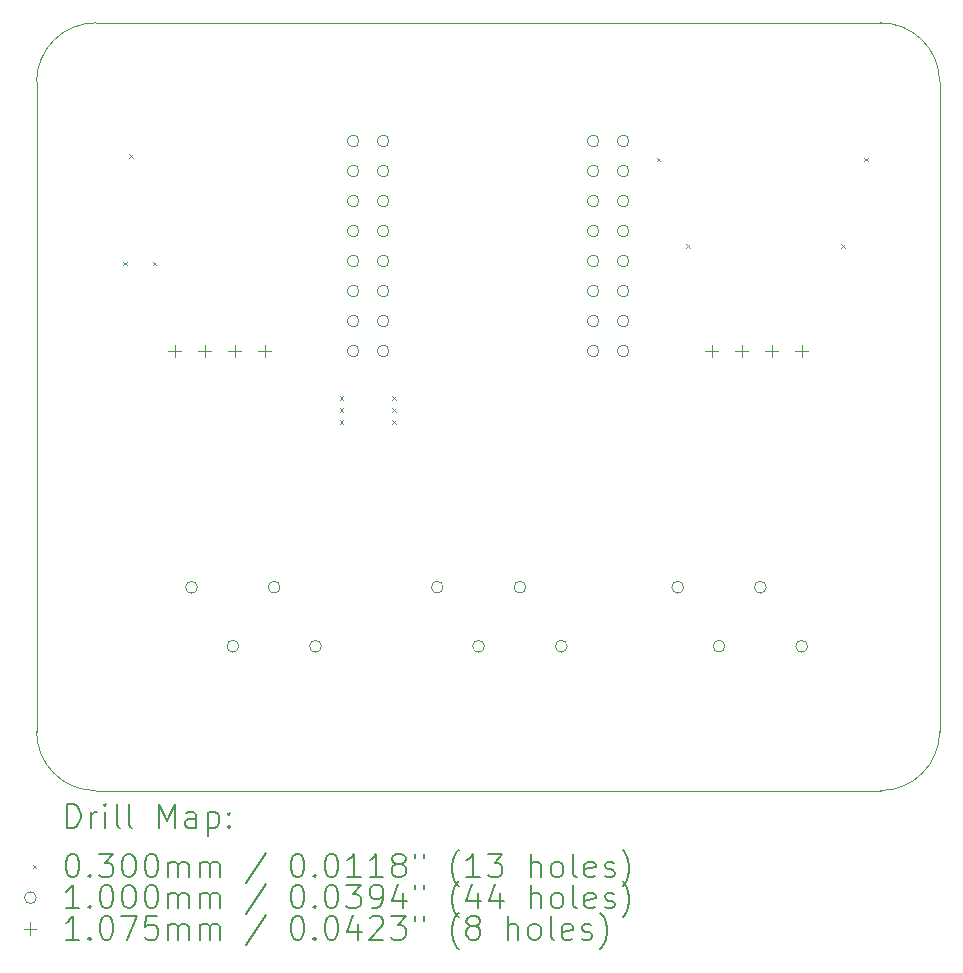
<source format=gbr>
%TF.GenerationSoftware,KiCad,Pcbnew,8.0.8*%
%TF.CreationDate,2025-02-11T18:03:02+01:00*%
%TF.ProjectId,PCB,5043422e-6b69-4636-9164-5f7063625858,rev?*%
%TF.SameCoordinates,Original*%
%TF.FileFunction,Drillmap*%
%TF.FilePolarity,Positive*%
%FSLAX45Y45*%
G04 Gerber Fmt 4.5, Leading zero omitted, Abs format (unit mm)*
G04 Created by KiCad (PCBNEW 8.0.8) date 2025-02-11 18:03:02*
%MOMM*%
%LPD*%
G01*
G04 APERTURE LIST*
%ADD10C,0.050000*%
%ADD11C,0.200000*%
%ADD12C,0.100000*%
%ADD13C,0.107500*%
G04 APERTURE END LIST*
D10*
X17996200Y-11604000D02*
G75*
G02*
X17496200Y-12104000I-500000J0D01*
G01*
X17996200Y-6104000D02*
X17996200Y-11604000D01*
X10850200Y-12104000D02*
G75*
G02*
X10350200Y-11604000I0J500000D01*
G01*
X10850200Y-5604000D02*
X17496200Y-5604000D01*
X10350200Y-6104000D02*
X10350200Y-11604000D01*
X10850200Y-12104000D02*
X17496200Y-12104000D01*
X10350200Y-6104000D02*
G75*
G02*
X10850200Y-5604000I500000J0D01*
G01*
X17496200Y-5604000D02*
G75*
G02*
X17996200Y-6104000I0J-500000D01*
G01*
D11*
D12*
X11085200Y-7628000D02*
X11115200Y-7658000D01*
X11115200Y-7628000D02*
X11085200Y-7658000D01*
X11135200Y-6716000D02*
X11165200Y-6746000D01*
X11165200Y-6716000D02*
X11135200Y-6746000D01*
X11335200Y-7628000D02*
X11365200Y-7658000D01*
X11365200Y-7628000D02*
X11335200Y-7658000D01*
X12917700Y-8767000D02*
X12947700Y-8797000D01*
X12947700Y-8767000D02*
X12917700Y-8797000D01*
X12917700Y-8867000D02*
X12947700Y-8897000D01*
X12947700Y-8867000D02*
X12917700Y-8897000D01*
X12917700Y-8967000D02*
X12947700Y-8997000D01*
X12947700Y-8967000D02*
X12917700Y-8997000D01*
X13362700Y-8767000D02*
X13392700Y-8797000D01*
X13392700Y-8767000D02*
X13362700Y-8797000D01*
X13362700Y-8867000D02*
X13392700Y-8897000D01*
X13392700Y-8867000D02*
X13362700Y-8897000D01*
X13362700Y-8967000D02*
X13392700Y-8997000D01*
X13392700Y-8967000D02*
X13362700Y-8997000D01*
X15601200Y-6744000D02*
X15631200Y-6774000D01*
X15631200Y-6744000D02*
X15601200Y-6774000D01*
X15851200Y-7478000D02*
X15881200Y-7508000D01*
X15881200Y-7478000D02*
X15851200Y-7508000D01*
X17162000Y-7478000D02*
X17192000Y-7508000D01*
X17192000Y-7478000D02*
X17162000Y-7508000D01*
X17358000Y-6744000D02*
X17388000Y-6774000D01*
X17388000Y-6744000D02*
X17358000Y-6774000D01*
X11712200Y-10382000D02*
G75*
G02*
X11612200Y-10382000I-50000J0D01*
G01*
X11612200Y-10382000D02*
G75*
G02*
X11712200Y-10382000I50000J0D01*
G01*
X12062200Y-10882000D02*
G75*
G02*
X11962200Y-10882000I-50000J0D01*
G01*
X11962200Y-10882000D02*
G75*
G02*
X12062200Y-10882000I50000J0D01*
G01*
X12412200Y-10382000D02*
G75*
G02*
X12312200Y-10382000I-50000J0D01*
G01*
X12312200Y-10382000D02*
G75*
G02*
X12412200Y-10382000I50000J0D01*
G01*
X12762200Y-10882000D02*
G75*
G02*
X12662200Y-10882000I-50000J0D01*
G01*
X12662200Y-10882000D02*
G75*
G02*
X12762200Y-10882000I50000J0D01*
G01*
X13080200Y-6604000D02*
G75*
G02*
X12980200Y-6604000I-50000J0D01*
G01*
X12980200Y-6604000D02*
G75*
G02*
X13080200Y-6604000I50000J0D01*
G01*
X13080200Y-6858000D02*
G75*
G02*
X12980200Y-6858000I-50000J0D01*
G01*
X12980200Y-6858000D02*
G75*
G02*
X13080200Y-6858000I50000J0D01*
G01*
X13080200Y-7112000D02*
G75*
G02*
X12980200Y-7112000I-50000J0D01*
G01*
X12980200Y-7112000D02*
G75*
G02*
X13080200Y-7112000I50000J0D01*
G01*
X13080200Y-7366000D02*
G75*
G02*
X12980200Y-7366000I-50000J0D01*
G01*
X12980200Y-7366000D02*
G75*
G02*
X13080200Y-7366000I50000J0D01*
G01*
X13080200Y-7620000D02*
G75*
G02*
X12980200Y-7620000I-50000J0D01*
G01*
X12980200Y-7620000D02*
G75*
G02*
X13080200Y-7620000I50000J0D01*
G01*
X13080200Y-7874000D02*
G75*
G02*
X12980200Y-7874000I-50000J0D01*
G01*
X12980200Y-7874000D02*
G75*
G02*
X13080200Y-7874000I50000J0D01*
G01*
X13080200Y-8128000D02*
G75*
G02*
X12980200Y-8128000I-50000J0D01*
G01*
X12980200Y-8128000D02*
G75*
G02*
X13080200Y-8128000I50000J0D01*
G01*
X13080200Y-8382000D02*
G75*
G02*
X12980200Y-8382000I-50000J0D01*
G01*
X12980200Y-8382000D02*
G75*
G02*
X13080200Y-8382000I50000J0D01*
G01*
X13334200Y-6604000D02*
G75*
G02*
X13234200Y-6604000I-50000J0D01*
G01*
X13234200Y-6604000D02*
G75*
G02*
X13334200Y-6604000I50000J0D01*
G01*
X13334200Y-6858000D02*
G75*
G02*
X13234200Y-6858000I-50000J0D01*
G01*
X13234200Y-6858000D02*
G75*
G02*
X13334200Y-6858000I50000J0D01*
G01*
X13334200Y-7112000D02*
G75*
G02*
X13234200Y-7112000I-50000J0D01*
G01*
X13234200Y-7112000D02*
G75*
G02*
X13334200Y-7112000I50000J0D01*
G01*
X13334200Y-7366000D02*
G75*
G02*
X13234200Y-7366000I-50000J0D01*
G01*
X13234200Y-7366000D02*
G75*
G02*
X13334200Y-7366000I50000J0D01*
G01*
X13334200Y-7620000D02*
G75*
G02*
X13234200Y-7620000I-50000J0D01*
G01*
X13234200Y-7620000D02*
G75*
G02*
X13334200Y-7620000I50000J0D01*
G01*
X13334200Y-7874000D02*
G75*
G02*
X13234200Y-7874000I-50000J0D01*
G01*
X13234200Y-7874000D02*
G75*
G02*
X13334200Y-7874000I50000J0D01*
G01*
X13334200Y-8128000D02*
G75*
G02*
X13234200Y-8128000I-50000J0D01*
G01*
X13234200Y-8128000D02*
G75*
G02*
X13334200Y-8128000I50000J0D01*
G01*
X13334200Y-8382000D02*
G75*
G02*
X13234200Y-8382000I-50000J0D01*
G01*
X13234200Y-8382000D02*
G75*
G02*
X13334200Y-8382000I50000J0D01*
G01*
X13792450Y-10382000D02*
G75*
G02*
X13692450Y-10382000I-50000J0D01*
G01*
X13692450Y-10382000D02*
G75*
G02*
X13792450Y-10382000I50000J0D01*
G01*
X14142450Y-10882000D02*
G75*
G02*
X14042450Y-10882000I-50000J0D01*
G01*
X14042450Y-10882000D02*
G75*
G02*
X14142450Y-10882000I50000J0D01*
G01*
X14492450Y-10382000D02*
G75*
G02*
X14392450Y-10382000I-50000J0D01*
G01*
X14392450Y-10382000D02*
G75*
G02*
X14492450Y-10382000I50000J0D01*
G01*
X14842450Y-10882000D02*
G75*
G02*
X14742450Y-10882000I-50000J0D01*
G01*
X14742450Y-10882000D02*
G75*
G02*
X14842450Y-10882000I50000J0D01*
G01*
X15112200Y-6604000D02*
G75*
G02*
X15012200Y-6604000I-50000J0D01*
G01*
X15012200Y-6604000D02*
G75*
G02*
X15112200Y-6604000I50000J0D01*
G01*
X15112200Y-6858000D02*
G75*
G02*
X15012200Y-6858000I-50000J0D01*
G01*
X15012200Y-6858000D02*
G75*
G02*
X15112200Y-6858000I50000J0D01*
G01*
X15112200Y-7112000D02*
G75*
G02*
X15012200Y-7112000I-50000J0D01*
G01*
X15012200Y-7112000D02*
G75*
G02*
X15112200Y-7112000I50000J0D01*
G01*
X15112200Y-7366000D02*
G75*
G02*
X15012200Y-7366000I-50000J0D01*
G01*
X15012200Y-7366000D02*
G75*
G02*
X15112200Y-7366000I50000J0D01*
G01*
X15112200Y-7620000D02*
G75*
G02*
X15012200Y-7620000I-50000J0D01*
G01*
X15012200Y-7620000D02*
G75*
G02*
X15112200Y-7620000I50000J0D01*
G01*
X15112200Y-7874000D02*
G75*
G02*
X15012200Y-7874000I-50000J0D01*
G01*
X15012200Y-7874000D02*
G75*
G02*
X15112200Y-7874000I50000J0D01*
G01*
X15112200Y-8128000D02*
G75*
G02*
X15012200Y-8128000I-50000J0D01*
G01*
X15012200Y-8128000D02*
G75*
G02*
X15112200Y-8128000I50000J0D01*
G01*
X15112200Y-8382000D02*
G75*
G02*
X15012200Y-8382000I-50000J0D01*
G01*
X15012200Y-8382000D02*
G75*
G02*
X15112200Y-8382000I50000J0D01*
G01*
X15366200Y-6604000D02*
G75*
G02*
X15266200Y-6604000I-50000J0D01*
G01*
X15266200Y-6604000D02*
G75*
G02*
X15366200Y-6604000I50000J0D01*
G01*
X15366200Y-6858000D02*
G75*
G02*
X15266200Y-6858000I-50000J0D01*
G01*
X15266200Y-6858000D02*
G75*
G02*
X15366200Y-6858000I50000J0D01*
G01*
X15366200Y-7112000D02*
G75*
G02*
X15266200Y-7112000I-50000J0D01*
G01*
X15266200Y-7112000D02*
G75*
G02*
X15366200Y-7112000I50000J0D01*
G01*
X15366200Y-7366000D02*
G75*
G02*
X15266200Y-7366000I-50000J0D01*
G01*
X15266200Y-7366000D02*
G75*
G02*
X15366200Y-7366000I50000J0D01*
G01*
X15366200Y-7620000D02*
G75*
G02*
X15266200Y-7620000I-50000J0D01*
G01*
X15266200Y-7620000D02*
G75*
G02*
X15366200Y-7620000I50000J0D01*
G01*
X15366200Y-7874000D02*
G75*
G02*
X15266200Y-7874000I-50000J0D01*
G01*
X15266200Y-7874000D02*
G75*
G02*
X15366200Y-7874000I50000J0D01*
G01*
X15366200Y-8128000D02*
G75*
G02*
X15266200Y-8128000I-50000J0D01*
G01*
X15266200Y-8128000D02*
G75*
G02*
X15366200Y-8128000I50000J0D01*
G01*
X15366200Y-8382000D02*
G75*
G02*
X15266200Y-8382000I-50000J0D01*
G01*
X15266200Y-8382000D02*
G75*
G02*
X15366200Y-8382000I50000J0D01*
G01*
X15828200Y-10382000D02*
G75*
G02*
X15728200Y-10382000I-50000J0D01*
G01*
X15728200Y-10382000D02*
G75*
G02*
X15828200Y-10382000I50000J0D01*
G01*
X16178200Y-10882000D02*
G75*
G02*
X16078200Y-10882000I-50000J0D01*
G01*
X16078200Y-10882000D02*
G75*
G02*
X16178200Y-10882000I50000J0D01*
G01*
X16528200Y-10382000D02*
G75*
G02*
X16428200Y-10382000I-50000J0D01*
G01*
X16428200Y-10382000D02*
G75*
G02*
X16528200Y-10382000I50000J0D01*
G01*
X16878200Y-10882000D02*
G75*
G02*
X16778200Y-10882000I-50000J0D01*
G01*
X16778200Y-10882000D02*
G75*
G02*
X16878200Y-10882000I50000J0D01*
G01*
D13*
X11518200Y-8328250D02*
X11518200Y-8435750D01*
X11464450Y-8382000D02*
X11571950Y-8382000D01*
X11772200Y-8328250D02*
X11772200Y-8435750D01*
X11718450Y-8382000D02*
X11825950Y-8382000D01*
X12026200Y-8328250D02*
X12026200Y-8435750D01*
X11972450Y-8382000D02*
X12079950Y-8382000D01*
X12280200Y-8328250D02*
X12280200Y-8435750D01*
X12226450Y-8382000D02*
X12333950Y-8382000D01*
X16066200Y-8328250D02*
X16066200Y-8435750D01*
X16012450Y-8382000D02*
X16119950Y-8382000D01*
X16320200Y-8328250D02*
X16320200Y-8435750D01*
X16266450Y-8382000D02*
X16373950Y-8382000D01*
X16574200Y-8328250D02*
X16574200Y-8435750D01*
X16520450Y-8382000D02*
X16627950Y-8382000D01*
X16828200Y-8328250D02*
X16828200Y-8435750D01*
X16774450Y-8382000D02*
X16881950Y-8382000D01*
D11*
X10608477Y-12417984D02*
X10608477Y-12217984D01*
X10608477Y-12217984D02*
X10656096Y-12217984D01*
X10656096Y-12217984D02*
X10684667Y-12227508D01*
X10684667Y-12227508D02*
X10703715Y-12246555D01*
X10703715Y-12246555D02*
X10713239Y-12265603D01*
X10713239Y-12265603D02*
X10722763Y-12303698D01*
X10722763Y-12303698D02*
X10722763Y-12332269D01*
X10722763Y-12332269D02*
X10713239Y-12370365D01*
X10713239Y-12370365D02*
X10703715Y-12389412D01*
X10703715Y-12389412D02*
X10684667Y-12408460D01*
X10684667Y-12408460D02*
X10656096Y-12417984D01*
X10656096Y-12417984D02*
X10608477Y-12417984D01*
X10808477Y-12417984D02*
X10808477Y-12284650D01*
X10808477Y-12322746D02*
X10818001Y-12303698D01*
X10818001Y-12303698D02*
X10827524Y-12294174D01*
X10827524Y-12294174D02*
X10846572Y-12284650D01*
X10846572Y-12284650D02*
X10865620Y-12284650D01*
X10932286Y-12417984D02*
X10932286Y-12284650D01*
X10932286Y-12217984D02*
X10922763Y-12227508D01*
X10922763Y-12227508D02*
X10932286Y-12237031D01*
X10932286Y-12237031D02*
X10941810Y-12227508D01*
X10941810Y-12227508D02*
X10932286Y-12217984D01*
X10932286Y-12217984D02*
X10932286Y-12237031D01*
X11056096Y-12417984D02*
X11037048Y-12408460D01*
X11037048Y-12408460D02*
X11027524Y-12389412D01*
X11027524Y-12389412D02*
X11027524Y-12217984D01*
X11160858Y-12417984D02*
X11141810Y-12408460D01*
X11141810Y-12408460D02*
X11132286Y-12389412D01*
X11132286Y-12389412D02*
X11132286Y-12217984D01*
X11389429Y-12417984D02*
X11389429Y-12217984D01*
X11389429Y-12217984D02*
X11456096Y-12360841D01*
X11456096Y-12360841D02*
X11522762Y-12217984D01*
X11522762Y-12217984D02*
X11522762Y-12417984D01*
X11703715Y-12417984D02*
X11703715Y-12313222D01*
X11703715Y-12313222D02*
X11694191Y-12294174D01*
X11694191Y-12294174D02*
X11675143Y-12284650D01*
X11675143Y-12284650D02*
X11637048Y-12284650D01*
X11637048Y-12284650D02*
X11618001Y-12294174D01*
X11703715Y-12408460D02*
X11684667Y-12417984D01*
X11684667Y-12417984D02*
X11637048Y-12417984D01*
X11637048Y-12417984D02*
X11618001Y-12408460D01*
X11618001Y-12408460D02*
X11608477Y-12389412D01*
X11608477Y-12389412D02*
X11608477Y-12370365D01*
X11608477Y-12370365D02*
X11618001Y-12351317D01*
X11618001Y-12351317D02*
X11637048Y-12341793D01*
X11637048Y-12341793D02*
X11684667Y-12341793D01*
X11684667Y-12341793D02*
X11703715Y-12332269D01*
X11798953Y-12284650D02*
X11798953Y-12484650D01*
X11798953Y-12294174D02*
X11818001Y-12284650D01*
X11818001Y-12284650D02*
X11856096Y-12284650D01*
X11856096Y-12284650D02*
X11875143Y-12294174D01*
X11875143Y-12294174D02*
X11884667Y-12303698D01*
X11884667Y-12303698D02*
X11894191Y-12322746D01*
X11894191Y-12322746D02*
X11894191Y-12379888D01*
X11894191Y-12379888D02*
X11884667Y-12398936D01*
X11884667Y-12398936D02*
X11875143Y-12408460D01*
X11875143Y-12408460D02*
X11856096Y-12417984D01*
X11856096Y-12417984D02*
X11818001Y-12417984D01*
X11818001Y-12417984D02*
X11798953Y-12408460D01*
X11979905Y-12398936D02*
X11989429Y-12408460D01*
X11989429Y-12408460D02*
X11979905Y-12417984D01*
X11979905Y-12417984D02*
X11970382Y-12408460D01*
X11970382Y-12408460D02*
X11979905Y-12398936D01*
X11979905Y-12398936D02*
X11979905Y-12417984D01*
X11979905Y-12294174D02*
X11989429Y-12303698D01*
X11989429Y-12303698D02*
X11979905Y-12313222D01*
X11979905Y-12313222D02*
X11970382Y-12303698D01*
X11970382Y-12303698D02*
X11979905Y-12294174D01*
X11979905Y-12294174D02*
X11979905Y-12313222D01*
D12*
X10317700Y-12731500D02*
X10347700Y-12761500D01*
X10347700Y-12731500D02*
X10317700Y-12761500D01*
D11*
X10646572Y-12637984D02*
X10665620Y-12637984D01*
X10665620Y-12637984D02*
X10684667Y-12647508D01*
X10684667Y-12647508D02*
X10694191Y-12657031D01*
X10694191Y-12657031D02*
X10703715Y-12676079D01*
X10703715Y-12676079D02*
X10713239Y-12714174D01*
X10713239Y-12714174D02*
X10713239Y-12761793D01*
X10713239Y-12761793D02*
X10703715Y-12799888D01*
X10703715Y-12799888D02*
X10694191Y-12818936D01*
X10694191Y-12818936D02*
X10684667Y-12828460D01*
X10684667Y-12828460D02*
X10665620Y-12837984D01*
X10665620Y-12837984D02*
X10646572Y-12837984D01*
X10646572Y-12837984D02*
X10627524Y-12828460D01*
X10627524Y-12828460D02*
X10618001Y-12818936D01*
X10618001Y-12818936D02*
X10608477Y-12799888D01*
X10608477Y-12799888D02*
X10598953Y-12761793D01*
X10598953Y-12761793D02*
X10598953Y-12714174D01*
X10598953Y-12714174D02*
X10608477Y-12676079D01*
X10608477Y-12676079D02*
X10618001Y-12657031D01*
X10618001Y-12657031D02*
X10627524Y-12647508D01*
X10627524Y-12647508D02*
X10646572Y-12637984D01*
X10798953Y-12818936D02*
X10808477Y-12828460D01*
X10808477Y-12828460D02*
X10798953Y-12837984D01*
X10798953Y-12837984D02*
X10789429Y-12828460D01*
X10789429Y-12828460D02*
X10798953Y-12818936D01*
X10798953Y-12818936D02*
X10798953Y-12837984D01*
X10875144Y-12637984D02*
X10998953Y-12637984D01*
X10998953Y-12637984D02*
X10932286Y-12714174D01*
X10932286Y-12714174D02*
X10960858Y-12714174D01*
X10960858Y-12714174D02*
X10979905Y-12723698D01*
X10979905Y-12723698D02*
X10989429Y-12733222D01*
X10989429Y-12733222D02*
X10998953Y-12752269D01*
X10998953Y-12752269D02*
X10998953Y-12799888D01*
X10998953Y-12799888D02*
X10989429Y-12818936D01*
X10989429Y-12818936D02*
X10979905Y-12828460D01*
X10979905Y-12828460D02*
X10960858Y-12837984D01*
X10960858Y-12837984D02*
X10903715Y-12837984D01*
X10903715Y-12837984D02*
X10884667Y-12828460D01*
X10884667Y-12828460D02*
X10875144Y-12818936D01*
X11122763Y-12637984D02*
X11141810Y-12637984D01*
X11141810Y-12637984D02*
X11160858Y-12647508D01*
X11160858Y-12647508D02*
X11170382Y-12657031D01*
X11170382Y-12657031D02*
X11179905Y-12676079D01*
X11179905Y-12676079D02*
X11189429Y-12714174D01*
X11189429Y-12714174D02*
X11189429Y-12761793D01*
X11189429Y-12761793D02*
X11179905Y-12799888D01*
X11179905Y-12799888D02*
X11170382Y-12818936D01*
X11170382Y-12818936D02*
X11160858Y-12828460D01*
X11160858Y-12828460D02*
X11141810Y-12837984D01*
X11141810Y-12837984D02*
X11122763Y-12837984D01*
X11122763Y-12837984D02*
X11103715Y-12828460D01*
X11103715Y-12828460D02*
X11094191Y-12818936D01*
X11094191Y-12818936D02*
X11084667Y-12799888D01*
X11084667Y-12799888D02*
X11075144Y-12761793D01*
X11075144Y-12761793D02*
X11075144Y-12714174D01*
X11075144Y-12714174D02*
X11084667Y-12676079D01*
X11084667Y-12676079D02*
X11094191Y-12657031D01*
X11094191Y-12657031D02*
X11103715Y-12647508D01*
X11103715Y-12647508D02*
X11122763Y-12637984D01*
X11313239Y-12637984D02*
X11332286Y-12637984D01*
X11332286Y-12637984D02*
X11351334Y-12647508D01*
X11351334Y-12647508D02*
X11360858Y-12657031D01*
X11360858Y-12657031D02*
X11370382Y-12676079D01*
X11370382Y-12676079D02*
X11379905Y-12714174D01*
X11379905Y-12714174D02*
X11379905Y-12761793D01*
X11379905Y-12761793D02*
X11370382Y-12799888D01*
X11370382Y-12799888D02*
X11360858Y-12818936D01*
X11360858Y-12818936D02*
X11351334Y-12828460D01*
X11351334Y-12828460D02*
X11332286Y-12837984D01*
X11332286Y-12837984D02*
X11313239Y-12837984D01*
X11313239Y-12837984D02*
X11294191Y-12828460D01*
X11294191Y-12828460D02*
X11284667Y-12818936D01*
X11284667Y-12818936D02*
X11275143Y-12799888D01*
X11275143Y-12799888D02*
X11265620Y-12761793D01*
X11265620Y-12761793D02*
X11265620Y-12714174D01*
X11265620Y-12714174D02*
X11275143Y-12676079D01*
X11275143Y-12676079D02*
X11284667Y-12657031D01*
X11284667Y-12657031D02*
X11294191Y-12647508D01*
X11294191Y-12647508D02*
X11313239Y-12637984D01*
X11465620Y-12837984D02*
X11465620Y-12704650D01*
X11465620Y-12723698D02*
X11475143Y-12714174D01*
X11475143Y-12714174D02*
X11494191Y-12704650D01*
X11494191Y-12704650D02*
X11522763Y-12704650D01*
X11522763Y-12704650D02*
X11541810Y-12714174D01*
X11541810Y-12714174D02*
X11551334Y-12733222D01*
X11551334Y-12733222D02*
X11551334Y-12837984D01*
X11551334Y-12733222D02*
X11560858Y-12714174D01*
X11560858Y-12714174D02*
X11579905Y-12704650D01*
X11579905Y-12704650D02*
X11608477Y-12704650D01*
X11608477Y-12704650D02*
X11627524Y-12714174D01*
X11627524Y-12714174D02*
X11637048Y-12733222D01*
X11637048Y-12733222D02*
X11637048Y-12837984D01*
X11732286Y-12837984D02*
X11732286Y-12704650D01*
X11732286Y-12723698D02*
X11741810Y-12714174D01*
X11741810Y-12714174D02*
X11760858Y-12704650D01*
X11760858Y-12704650D02*
X11789429Y-12704650D01*
X11789429Y-12704650D02*
X11808477Y-12714174D01*
X11808477Y-12714174D02*
X11818001Y-12733222D01*
X11818001Y-12733222D02*
X11818001Y-12837984D01*
X11818001Y-12733222D02*
X11827524Y-12714174D01*
X11827524Y-12714174D02*
X11846572Y-12704650D01*
X11846572Y-12704650D02*
X11875143Y-12704650D01*
X11875143Y-12704650D02*
X11894191Y-12714174D01*
X11894191Y-12714174D02*
X11903715Y-12733222D01*
X11903715Y-12733222D02*
X11903715Y-12837984D01*
X12294191Y-12628460D02*
X12122763Y-12885603D01*
X12551334Y-12637984D02*
X12570382Y-12637984D01*
X12570382Y-12637984D02*
X12589429Y-12647508D01*
X12589429Y-12647508D02*
X12598953Y-12657031D01*
X12598953Y-12657031D02*
X12608477Y-12676079D01*
X12608477Y-12676079D02*
X12618001Y-12714174D01*
X12618001Y-12714174D02*
X12618001Y-12761793D01*
X12618001Y-12761793D02*
X12608477Y-12799888D01*
X12608477Y-12799888D02*
X12598953Y-12818936D01*
X12598953Y-12818936D02*
X12589429Y-12828460D01*
X12589429Y-12828460D02*
X12570382Y-12837984D01*
X12570382Y-12837984D02*
X12551334Y-12837984D01*
X12551334Y-12837984D02*
X12532286Y-12828460D01*
X12532286Y-12828460D02*
X12522763Y-12818936D01*
X12522763Y-12818936D02*
X12513239Y-12799888D01*
X12513239Y-12799888D02*
X12503715Y-12761793D01*
X12503715Y-12761793D02*
X12503715Y-12714174D01*
X12503715Y-12714174D02*
X12513239Y-12676079D01*
X12513239Y-12676079D02*
X12522763Y-12657031D01*
X12522763Y-12657031D02*
X12532286Y-12647508D01*
X12532286Y-12647508D02*
X12551334Y-12637984D01*
X12703715Y-12818936D02*
X12713239Y-12828460D01*
X12713239Y-12828460D02*
X12703715Y-12837984D01*
X12703715Y-12837984D02*
X12694191Y-12828460D01*
X12694191Y-12828460D02*
X12703715Y-12818936D01*
X12703715Y-12818936D02*
X12703715Y-12837984D01*
X12837048Y-12637984D02*
X12856096Y-12637984D01*
X12856096Y-12637984D02*
X12875144Y-12647508D01*
X12875144Y-12647508D02*
X12884667Y-12657031D01*
X12884667Y-12657031D02*
X12894191Y-12676079D01*
X12894191Y-12676079D02*
X12903715Y-12714174D01*
X12903715Y-12714174D02*
X12903715Y-12761793D01*
X12903715Y-12761793D02*
X12894191Y-12799888D01*
X12894191Y-12799888D02*
X12884667Y-12818936D01*
X12884667Y-12818936D02*
X12875144Y-12828460D01*
X12875144Y-12828460D02*
X12856096Y-12837984D01*
X12856096Y-12837984D02*
X12837048Y-12837984D01*
X12837048Y-12837984D02*
X12818001Y-12828460D01*
X12818001Y-12828460D02*
X12808477Y-12818936D01*
X12808477Y-12818936D02*
X12798953Y-12799888D01*
X12798953Y-12799888D02*
X12789429Y-12761793D01*
X12789429Y-12761793D02*
X12789429Y-12714174D01*
X12789429Y-12714174D02*
X12798953Y-12676079D01*
X12798953Y-12676079D02*
X12808477Y-12657031D01*
X12808477Y-12657031D02*
X12818001Y-12647508D01*
X12818001Y-12647508D02*
X12837048Y-12637984D01*
X13094191Y-12837984D02*
X12979906Y-12837984D01*
X13037048Y-12837984D02*
X13037048Y-12637984D01*
X13037048Y-12637984D02*
X13018001Y-12666555D01*
X13018001Y-12666555D02*
X12998953Y-12685603D01*
X12998953Y-12685603D02*
X12979906Y-12695127D01*
X13284667Y-12837984D02*
X13170382Y-12837984D01*
X13227525Y-12837984D02*
X13227525Y-12637984D01*
X13227525Y-12637984D02*
X13208477Y-12666555D01*
X13208477Y-12666555D02*
X13189429Y-12685603D01*
X13189429Y-12685603D02*
X13170382Y-12695127D01*
X13398953Y-12723698D02*
X13379906Y-12714174D01*
X13379906Y-12714174D02*
X13370382Y-12704650D01*
X13370382Y-12704650D02*
X13360858Y-12685603D01*
X13360858Y-12685603D02*
X13360858Y-12676079D01*
X13360858Y-12676079D02*
X13370382Y-12657031D01*
X13370382Y-12657031D02*
X13379906Y-12647508D01*
X13379906Y-12647508D02*
X13398953Y-12637984D01*
X13398953Y-12637984D02*
X13437048Y-12637984D01*
X13437048Y-12637984D02*
X13456096Y-12647508D01*
X13456096Y-12647508D02*
X13465620Y-12657031D01*
X13465620Y-12657031D02*
X13475144Y-12676079D01*
X13475144Y-12676079D02*
X13475144Y-12685603D01*
X13475144Y-12685603D02*
X13465620Y-12704650D01*
X13465620Y-12704650D02*
X13456096Y-12714174D01*
X13456096Y-12714174D02*
X13437048Y-12723698D01*
X13437048Y-12723698D02*
X13398953Y-12723698D01*
X13398953Y-12723698D02*
X13379906Y-12733222D01*
X13379906Y-12733222D02*
X13370382Y-12742746D01*
X13370382Y-12742746D02*
X13360858Y-12761793D01*
X13360858Y-12761793D02*
X13360858Y-12799888D01*
X13360858Y-12799888D02*
X13370382Y-12818936D01*
X13370382Y-12818936D02*
X13379906Y-12828460D01*
X13379906Y-12828460D02*
X13398953Y-12837984D01*
X13398953Y-12837984D02*
X13437048Y-12837984D01*
X13437048Y-12837984D02*
X13456096Y-12828460D01*
X13456096Y-12828460D02*
X13465620Y-12818936D01*
X13465620Y-12818936D02*
X13475144Y-12799888D01*
X13475144Y-12799888D02*
X13475144Y-12761793D01*
X13475144Y-12761793D02*
X13465620Y-12742746D01*
X13465620Y-12742746D02*
X13456096Y-12733222D01*
X13456096Y-12733222D02*
X13437048Y-12723698D01*
X13551334Y-12637984D02*
X13551334Y-12676079D01*
X13627525Y-12637984D02*
X13627525Y-12676079D01*
X13922763Y-12914174D02*
X13913239Y-12904650D01*
X13913239Y-12904650D02*
X13894191Y-12876079D01*
X13894191Y-12876079D02*
X13884668Y-12857031D01*
X13884668Y-12857031D02*
X13875144Y-12828460D01*
X13875144Y-12828460D02*
X13865620Y-12780841D01*
X13865620Y-12780841D02*
X13865620Y-12742746D01*
X13865620Y-12742746D02*
X13875144Y-12695127D01*
X13875144Y-12695127D02*
X13884668Y-12666555D01*
X13884668Y-12666555D02*
X13894191Y-12647508D01*
X13894191Y-12647508D02*
X13913239Y-12618936D01*
X13913239Y-12618936D02*
X13922763Y-12609412D01*
X14103715Y-12837984D02*
X13989429Y-12837984D01*
X14046572Y-12837984D02*
X14046572Y-12637984D01*
X14046572Y-12637984D02*
X14027525Y-12666555D01*
X14027525Y-12666555D02*
X14008477Y-12685603D01*
X14008477Y-12685603D02*
X13989429Y-12695127D01*
X14170382Y-12637984D02*
X14294191Y-12637984D01*
X14294191Y-12637984D02*
X14227525Y-12714174D01*
X14227525Y-12714174D02*
X14256096Y-12714174D01*
X14256096Y-12714174D02*
X14275144Y-12723698D01*
X14275144Y-12723698D02*
X14284668Y-12733222D01*
X14284668Y-12733222D02*
X14294191Y-12752269D01*
X14294191Y-12752269D02*
X14294191Y-12799888D01*
X14294191Y-12799888D02*
X14284668Y-12818936D01*
X14284668Y-12818936D02*
X14275144Y-12828460D01*
X14275144Y-12828460D02*
X14256096Y-12837984D01*
X14256096Y-12837984D02*
X14198953Y-12837984D01*
X14198953Y-12837984D02*
X14179906Y-12828460D01*
X14179906Y-12828460D02*
X14170382Y-12818936D01*
X14532287Y-12837984D02*
X14532287Y-12637984D01*
X14618001Y-12837984D02*
X14618001Y-12733222D01*
X14618001Y-12733222D02*
X14608477Y-12714174D01*
X14608477Y-12714174D02*
X14589430Y-12704650D01*
X14589430Y-12704650D02*
X14560858Y-12704650D01*
X14560858Y-12704650D02*
X14541810Y-12714174D01*
X14541810Y-12714174D02*
X14532287Y-12723698D01*
X14741810Y-12837984D02*
X14722763Y-12828460D01*
X14722763Y-12828460D02*
X14713239Y-12818936D01*
X14713239Y-12818936D02*
X14703715Y-12799888D01*
X14703715Y-12799888D02*
X14703715Y-12742746D01*
X14703715Y-12742746D02*
X14713239Y-12723698D01*
X14713239Y-12723698D02*
X14722763Y-12714174D01*
X14722763Y-12714174D02*
X14741810Y-12704650D01*
X14741810Y-12704650D02*
X14770382Y-12704650D01*
X14770382Y-12704650D02*
X14789430Y-12714174D01*
X14789430Y-12714174D02*
X14798953Y-12723698D01*
X14798953Y-12723698D02*
X14808477Y-12742746D01*
X14808477Y-12742746D02*
X14808477Y-12799888D01*
X14808477Y-12799888D02*
X14798953Y-12818936D01*
X14798953Y-12818936D02*
X14789430Y-12828460D01*
X14789430Y-12828460D02*
X14770382Y-12837984D01*
X14770382Y-12837984D02*
X14741810Y-12837984D01*
X14922763Y-12837984D02*
X14903715Y-12828460D01*
X14903715Y-12828460D02*
X14894191Y-12809412D01*
X14894191Y-12809412D02*
X14894191Y-12637984D01*
X15075144Y-12828460D02*
X15056096Y-12837984D01*
X15056096Y-12837984D02*
X15018001Y-12837984D01*
X15018001Y-12837984D02*
X14998953Y-12828460D01*
X14998953Y-12828460D02*
X14989430Y-12809412D01*
X14989430Y-12809412D02*
X14989430Y-12733222D01*
X14989430Y-12733222D02*
X14998953Y-12714174D01*
X14998953Y-12714174D02*
X15018001Y-12704650D01*
X15018001Y-12704650D02*
X15056096Y-12704650D01*
X15056096Y-12704650D02*
X15075144Y-12714174D01*
X15075144Y-12714174D02*
X15084668Y-12733222D01*
X15084668Y-12733222D02*
X15084668Y-12752269D01*
X15084668Y-12752269D02*
X14989430Y-12771317D01*
X15160858Y-12828460D02*
X15179906Y-12837984D01*
X15179906Y-12837984D02*
X15218001Y-12837984D01*
X15218001Y-12837984D02*
X15237049Y-12828460D01*
X15237049Y-12828460D02*
X15246572Y-12809412D01*
X15246572Y-12809412D02*
X15246572Y-12799888D01*
X15246572Y-12799888D02*
X15237049Y-12780841D01*
X15237049Y-12780841D02*
X15218001Y-12771317D01*
X15218001Y-12771317D02*
X15189430Y-12771317D01*
X15189430Y-12771317D02*
X15170382Y-12761793D01*
X15170382Y-12761793D02*
X15160858Y-12742746D01*
X15160858Y-12742746D02*
X15160858Y-12733222D01*
X15160858Y-12733222D02*
X15170382Y-12714174D01*
X15170382Y-12714174D02*
X15189430Y-12704650D01*
X15189430Y-12704650D02*
X15218001Y-12704650D01*
X15218001Y-12704650D02*
X15237049Y-12714174D01*
X15313239Y-12914174D02*
X15322763Y-12904650D01*
X15322763Y-12904650D02*
X15341811Y-12876079D01*
X15341811Y-12876079D02*
X15351334Y-12857031D01*
X15351334Y-12857031D02*
X15360858Y-12828460D01*
X15360858Y-12828460D02*
X15370382Y-12780841D01*
X15370382Y-12780841D02*
X15370382Y-12742746D01*
X15370382Y-12742746D02*
X15360858Y-12695127D01*
X15360858Y-12695127D02*
X15351334Y-12666555D01*
X15351334Y-12666555D02*
X15341811Y-12647508D01*
X15341811Y-12647508D02*
X15322763Y-12618936D01*
X15322763Y-12618936D02*
X15313239Y-12609412D01*
D12*
X10347700Y-13010500D02*
G75*
G02*
X10247700Y-13010500I-50000J0D01*
G01*
X10247700Y-13010500D02*
G75*
G02*
X10347700Y-13010500I50000J0D01*
G01*
D11*
X10713239Y-13101984D02*
X10598953Y-13101984D01*
X10656096Y-13101984D02*
X10656096Y-12901984D01*
X10656096Y-12901984D02*
X10637048Y-12930555D01*
X10637048Y-12930555D02*
X10618001Y-12949603D01*
X10618001Y-12949603D02*
X10598953Y-12959127D01*
X10798953Y-13082936D02*
X10808477Y-13092460D01*
X10808477Y-13092460D02*
X10798953Y-13101984D01*
X10798953Y-13101984D02*
X10789429Y-13092460D01*
X10789429Y-13092460D02*
X10798953Y-13082936D01*
X10798953Y-13082936D02*
X10798953Y-13101984D01*
X10932286Y-12901984D02*
X10951334Y-12901984D01*
X10951334Y-12901984D02*
X10970382Y-12911508D01*
X10970382Y-12911508D02*
X10979905Y-12921031D01*
X10979905Y-12921031D02*
X10989429Y-12940079D01*
X10989429Y-12940079D02*
X10998953Y-12978174D01*
X10998953Y-12978174D02*
X10998953Y-13025793D01*
X10998953Y-13025793D02*
X10989429Y-13063888D01*
X10989429Y-13063888D02*
X10979905Y-13082936D01*
X10979905Y-13082936D02*
X10970382Y-13092460D01*
X10970382Y-13092460D02*
X10951334Y-13101984D01*
X10951334Y-13101984D02*
X10932286Y-13101984D01*
X10932286Y-13101984D02*
X10913239Y-13092460D01*
X10913239Y-13092460D02*
X10903715Y-13082936D01*
X10903715Y-13082936D02*
X10894191Y-13063888D01*
X10894191Y-13063888D02*
X10884667Y-13025793D01*
X10884667Y-13025793D02*
X10884667Y-12978174D01*
X10884667Y-12978174D02*
X10894191Y-12940079D01*
X10894191Y-12940079D02*
X10903715Y-12921031D01*
X10903715Y-12921031D02*
X10913239Y-12911508D01*
X10913239Y-12911508D02*
X10932286Y-12901984D01*
X11122763Y-12901984D02*
X11141810Y-12901984D01*
X11141810Y-12901984D02*
X11160858Y-12911508D01*
X11160858Y-12911508D02*
X11170382Y-12921031D01*
X11170382Y-12921031D02*
X11179905Y-12940079D01*
X11179905Y-12940079D02*
X11189429Y-12978174D01*
X11189429Y-12978174D02*
X11189429Y-13025793D01*
X11189429Y-13025793D02*
X11179905Y-13063888D01*
X11179905Y-13063888D02*
X11170382Y-13082936D01*
X11170382Y-13082936D02*
X11160858Y-13092460D01*
X11160858Y-13092460D02*
X11141810Y-13101984D01*
X11141810Y-13101984D02*
X11122763Y-13101984D01*
X11122763Y-13101984D02*
X11103715Y-13092460D01*
X11103715Y-13092460D02*
X11094191Y-13082936D01*
X11094191Y-13082936D02*
X11084667Y-13063888D01*
X11084667Y-13063888D02*
X11075144Y-13025793D01*
X11075144Y-13025793D02*
X11075144Y-12978174D01*
X11075144Y-12978174D02*
X11084667Y-12940079D01*
X11084667Y-12940079D02*
X11094191Y-12921031D01*
X11094191Y-12921031D02*
X11103715Y-12911508D01*
X11103715Y-12911508D02*
X11122763Y-12901984D01*
X11313239Y-12901984D02*
X11332286Y-12901984D01*
X11332286Y-12901984D02*
X11351334Y-12911508D01*
X11351334Y-12911508D02*
X11360858Y-12921031D01*
X11360858Y-12921031D02*
X11370382Y-12940079D01*
X11370382Y-12940079D02*
X11379905Y-12978174D01*
X11379905Y-12978174D02*
X11379905Y-13025793D01*
X11379905Y-13025793D02*
X11370382Y-13063888D01*
X11370382Y-13063888D02*
X11360858Y-13082936D01*
X11360858Y-13082936D02*
X11351334Y-13092460D01*
X11351334Y-13092460D02*
X11332286Y-13101984D01*
X11332286Y-13101984D02*
X11313239Y-13101984D01*
X11313239Y-13101984D02*
X11294191Y-13092460D01*
X11294191Y-13092460D02*
X11284667Y-13082936D01*
X11284667Y-13082936D02*
X11275143Y-13063888D01*
X11275143Y-13063888D02*
X11265620Y-13025793D01*
X11265620Y-13025793D02*
X11265620Y-12978174D01*
X11265620Y-12978174D02*
X11275143Y-12940079D01*
X11275143Y-12940079D02*
X11284667Y-12921031D01*
X11284667Y-12921031D02*
X11294191Y-12911508D01*
X11294191Y-12911508D02*
X11313239Y-12901984D01*
X11465620Y-13101984D02*
X11465620Y-12968650D01*
X11465620Y-12987698D02*
X11475143Y-12978174D01*
X11475143Y-12978174D02*
X11494191Y-12968650D01*
X11494191Y-12968650D02*
X11522763Y-12968650D01*
X11522763Y-12968650D02*
X11541810Y-12978174D01*
X11541810Y-12978174D02*
X11551334Y-12997222D01*
X11551334Y-12997222D02*
X11551334Y-13101984D01*
X11551334Y-12997222D02*
X11560858Y-12978174D01*
X11560858Y-12978174D02*
X11579905Y-12968650D01*
X11579905Y-12968650D02*
X11608477Y-12968650D01*
X11608477Y-12968650D02*
X11627524Y-12978174D01*
X11627524Y-12978174D02*
X11637048Y-12997222D01*
X11637048Y-12997222D02*
X11637048Y-13101984D01*
X11732286Y-13101984D02*
X11732286Y-12968650D01*
X11732286Y-12987698D02*
X11741810Y-12978174D01*
X11741810Y-12978174D02*
X11760858Y-12968650D01*
X11760858Y-12968650D02*
X11789429Y-12968650D01*
X11789429Y-12968650D02*
X11808477Y-12978174D01*
X11808477Y-12978174D02*
X11818001Y-12997222D01*
X11818001Y-12997222D02*
X11818001Y-13101984D01*
X11818001Y-12997222D02*
X11827524Y-12978174D01*
X11827524Y-12978174D02*
X11846572Y-12968650D01*
X11846572Y-12968650D02*
X11875143Y-12968650D01*
X11875143Y-12968650D02*
X11894191Y-12978174D01*
X11894191Y-12978174D02*
X11903715Y-12997222D01*
X11903715Y-12997222D02*
X11903715Y-13101984D01*
X12294191Y-12892460D02*
X12122763Y-13149603D01*
X12551334Y-12901984D02*
X12570382Y-12901984D01*
X12570382Y-12901984D02*
X12589429Y-12911508D01*
X12589429Y-12911508D02*
X12598953Y-12921031D01*
X12598953Y-12921031D02*
X12608477Y-12940079D01*
X12608477Y-12940079D02*
X12618001Y-12978174D01*
X12618001Y-12978174D02*
X12618001Y-13025793D01*
X12618001Y-13025793D02*
X12608477Y-13063888D01*
X12608477Y-13063888D02*
X12598953Y-13082936D01*
X12598953Y-13082936D02*
X12589429Y-13092460D01*
X12589429Y-13092460D02*
X12570382Y-13101984D01*
X12570382Y-13101984D02*
X12551334Y-13101984D01*
X12551334Y-13101984D02*
X12532286Y-13092460D01*
X12532286Y-13092460D02*
X12522763Y-13082936D01*
X12522763Y-13082936D02*
X12513239Y-13063888D01*
X12513239Y-13063888D02*
X12503715Y-13025793D01*
X12503715Y-13025793D02*
X12503715Y-12978174D01*
X12503715Y-12978174D02*
X12513239Y-12940079D01*
X12513239Y-12940079D02*
X12522763Y-12921031D01*
X12522763Y-12921031D02*
X12532286Y-12911508D01*
X12532286Y-12911508D02*
X12551334Y-12901984D01*
X12703715Y-13082936D02*
X12713239Y-13092460D01*
X12713239Y-13092460D02*
X12703715Y-13101984D01*
X12703715Y-13101984D02*
X12694191Y-13092460D01*
X12694191Y-13092460D02*
X12703715Y-13082936D01*
X12703715Y-13082936D02*
X12703715Y-13101984D01*
X12837048Y-12901984D02*
X12856096Y-12901984D01*
X12856096Y-12901984D02*
X12875144Y-12911508D01*
X12875144Y-12911508D02*
X12884667Y-12921031D01*
X12884667Y-12921031D02*
X12894191Y-12940079D01*
X12894191Y-12940079D02*
X12903715Y-12978174D01*
X12903715Y-12978174D02*
X12903715Y-13025793D01*
X12903715Y-13025793D02*
X12894191Y-13063888D01*
X12894191Y-13063888D02*
X12884667Y-13082936D01*
X12884667Y-13082936D02*
X12875144Y-13092460D01*
X12875144Y-13092460D02*
X12856096Y-13101984D01*
X12856096Y-13101984D02*
X12837048Y-13101984D01*
X12837048Y-13101984D02*
X12818001Y-13092460D01*
X12818001Y-13092460D02*
X12808477Y-13082936D01*
X12808477Y-13082936D02*
X12798953Y-13063888D01*
X12798953Y-13063888D02*
X12789429Y-13025793D01*
X12789429Y-13025793D02*
X12789429Y-12978174D01*
X12789429Y-12978174D02*
X12798953Y-12940079D01*
X12798953Y-12940079D02*
X12808477Y-12921031D01*
X12808477Y-12921031D02*
X12818001Y-12911508D01*
X12818001Y-12911508D02*
X12837048Y-12901984D01*
X12970382Y-12901984D02*
X13094191Y-12901984D01*
X13094191Y-12901984D02*
X13027525Y-12978174D01*
X13027525Y-12978174D02*
X13056096Y-12978174D01*
X13056096Y-12978174D02*
X13075144Y-12987698D01*
X13075144Y-12987698D02*
X13084667Y-12997222D01*
X13084667Y-12997222D02*
X13094191Y-13016269D01*
X13094191Y-13016269D02*
X13094191Y-13063888D01*
X13094191Y-13063888D02*
X13084667Y-13082936D01*
X13084667Y-13082936D02*
X13075144Y-13092460D01*
X13075144Y-13092460D02*
X13056096Y-13101984D01*
X13056096Y-13101984D02*
X12998953Y-13101984D01*
X12998953Y-13101984D02*
X12979906Y-13092460D01*
X12979906Y-13092460D02*
X12970382Y-13082936D01*
X13189429Y-13101984D02*
X13227525Y-13101984D01*
X13227525Y-13101984D02*
X13246572Y-13092460D01*
X13246572Y-13092460D02*
X13256096Y-13082936D01*
X13256096Y-13082936D02*
X13275144Y-13054365D01*
X13275144Y-13054365D02*
X13284667Y-13016269D01*
X13284667Y-13016269D02*
X13284667Y-12940079D01*
X13284667Y-12940079D02*
X13275144Y-12921031D01*
X13275144Y-12921031D02*
X13265620Y-12911508D01*
X13265620Y-12911508D02*
X13246572Y-12901984D01*
X13246572Y-12901984D02*
X13208477Y-12901984D01*
X13208477Y-12901984D02*
X13189429Y-12911508D01*
X13189429Y-12911508D02*
X13179906Y-12921031D01*
X13179906Y-12921031D02*
X13170382Y-12940079D01*
X13170382Y-12940079D02*
X13170382Y-12987698D01*
X13170382Y-12987698D02*
X13179906Y-13006746D01*
X13179906Y-13006746D02*
X13189429Y-13016269D01*
X13189429Y-13016269D02*
X13208477Y-13025793D01*
X13208477Y-13025793D02*
X13246572Y-13025793D01*
X13246572Y-13025793D02*
X13265620Y-13016269D01*
X13265620Y-13016269D02*
X13275144Y-13006746D01*
X13275144Y-13006746D02*
X13284667Y-12987698D01*
X13456096Y-12968650D02*
X13456096Y-13101984D01*
X13408477Y-12892460D02*
X13360858Y-13035317D01*
X13360858Y-13035317D02*
X13484667Y-13035317D01*
X13551334Y-12901984D02*
X13551334Y-12940079D01*
X13627525Y-12901984D02*
X13627525Y-12940079D01*
X13922763Y-13178174D02*
X13913239Y-13168650D01*
X13913239Y-13168650D02*
X13894191Y-13140079D01*
X13894191Y-13140079D02*
X13884668Y-13121031D01*
X13884668Y-13121031D02*
X13875144Y-13092460D01*
X13875144Y-13092460D02*
X13865620Y-13044841D01*
X13865620Y-13044841D02*
X13865620Y-13006746D01*
X13865620Y-13006746D02*
X13875144Y-12959127D01*
X13875144Y-12959127D02*
X13884668Y-12930555D01*
X13884668Y-12930555D02*
X13894191Y-12911508D01*
X13894191Y-12911508D02*
X13913239Y-12882936D01*
X13913239Y-12882936D02*
X13922763Y-12873412D01*
X14084668Y-12968650D02*
X14084668Y-13101984D01*
X14037048Y-12892460D02*
X13989429Y-13035317D01*
X13989429Y-13035317D02*
X14113239Y-13035317D01*
X14275144Y-12968650D02*
X14275144Y-13101984D01*
X14227525Y-12892460D02*
X14179906Y-13035317D01*
X14179906Y-13035317D02*
X14303715Y-13035317D01*
X14532287Y-13101984D02*
X14532287Y-12901984D01*
X14618001Y-13101984D02*
X14618001Y-12997222D01*
X14618001Y-12997222D02*
X14608477Y-12978174D01*
X14608477Y-12978174D02*
X14589430Y-12968650D01*
X14589430Y-12968650D02*
X14560858Y-12968650D01*
X14560858Y-12968650D02*
X14541810Y-12978174D01*
X14541810Y-12978174D02*
X14532287Y-12987698D01*
X14741810Y-13101984D02*
X14722763Y-13092460D01*
X14722763Y-13092460D02*
X14713239Y-13082936D01*
X14713239Y-13082936D02*
X14703715Y-13063888D01*
X14703715Y-13063888D02*
X14703715Y-13006746D01*
X14703715Y-13006746D02*
X14713239Y-12987698D01*
X14713239Y-12987698D02*
X14722763Y-12978174D01*
X14722763Y-12978174D02*
X14741810Y-12968650D01*
X14741810Y-12968650D02*
X14770382Y-12968650D01*
X14770382Y-12968650D02*
X14789430Y-12978174D01*
X14789430Y-12978174D02*
X14798953Y-12987698D01*
X14798953Y-12987698D02*
X14808477Y-13006746D01*
X14808477Y-13006746D02*
X14808477Y-13063888D01*
X14808477Y-13063888D02*
X14798953Y-13082936D01*
X14798953Y-13082936D02*
X14789430Y-13092460D01*
X14789430Y-13092460D02*
X14770382Y-13101984D01*
X14770382Y-13101984D02*
X14741810Y-13101984D01*
X14922763Y-13101984D02*
X14903715Y-13092460D01*
X14903715Y-13092460D02*
X14894191Y-13073412D01*
X14894191Y-13073412D02*
X14894191Y-12901984D01*
X15075144Y-13092460D02*
X15056096Y-13101984D01*
X15056096Y-13101984D02*
X15018001Y-13101984D01*
X15018001Y-13101984D02*
X14998953Y-13092460D01*
X14998953Y-13092460D02*
X14989430Y-13073412D01*
X14989430Y-13073412D02*
X14989430Y-12997222D01*
X14989430Y-12997222D02*
X14998953Y-12978174D01*
X14998953Y-12978174D02*
X15018001Y-12968650D01*
X15018001Y-12968650D02*
X15056096Y-12968650D01*
X15056096Y-12968650D02*
X15075144Y-12978174D01*
X15075144Y-12978174D02*
X15084668Y-12997222D01*
X15084668Y-12997222D02*
X15084668Y-13016269D01*
X15084668Y-13016269D02*
X14989430Y-13035317D01*
X15160858Y-13092460D02*
X15179906Y-13101984D01*
X15179906Y-13101984D02*
X15218001Y-13101984D01*
X15218001Y-13101984D02*
X15237049Y-13092460D01*
X15237049Y-13092460D02*
X15246572Y-13073412D01*
X15246572Y-13073412D02*
X15246572Y-13063888D01*
X15246572Y-13063888D02*
X15237049Y-13044841D01*
X15237049Y-13044841D02*
X15218001Y-13035317D01*
X15218001Y-13035317D02*
X15189430Y-13035317D01*
X15189430Y-13035317D02*
X15170382Y-13025793D01*
X15170382Y-13025793D02*
X15160858Y-13006746D01*
X15160858Y-13006746D02*
X15160858Y-12997222D01*
X15160858Y-12997222D02*
X15170382Y-12978174D01*
X15170382Y-12978174D02*
X15189430Y-12968650D01*
X15189430Y-12968650D02*
X15218001Y-12968650D01*
X15218001Y-12968650D02*
X15237049Y-12978174D01*
X15313239Y-13178174D02*
X15322763Y-13168650D01*
X15322763Y-13168650D02*
X15341811Y-13140079D01*
X15341811Y-13140079D02*
X15351334Y-13121031D01*
X15351334Y-13121031D02*
X15360858Y-13092460D01*
X15360858Y-13092460D02*
X15370382Y-13044841D01*
X15370382Y-13044841D02*
X15370382Y-13006746D01*
X15370382Y-13006746D02*
X15360858Y-12959127D01*
X15360858Y-12959127D02*
X15351334Y-12930555D01*
X15351334Y-12930555D02*
X15341811Y-12911508D01*
X15341811Y-12911508D02*
X15322763Y-12882936D01*
X15322763Y-12882936D02*
X15313239Y-12873412D01*
D13*
X10293950Y-13220750D02*
X10293950Y-13328250D01*
X10240200Y-13274500D02*
X10347700Y-13274500D01*
D11*
X10713239Y-13365984D02*
X10598953Y-13365984D01*
X10656096Y-13365984D02*
X10656096Y-13165984D01*
X10656096Y-13165984D02*
X10637048Y-13194555D01*
X10637048Y-13194555D02*
X10618001Y-13213603D01*
X10618001Y-13213603D02*
X10598953Y-13223127D01*
X10798953Y-13346936D02*
X10808477Y-13356460D01*
X10808477Y-13356460D02*
X10798953Y-13365984D01*
X10798953Y-13365984D02*
X10789429Y-13356460D01*
X10789429Y-13356460D02*
X10798953Y-13346936D01*
X10798953Y-13346936D02*
X10798953Y-13365984D01*
X10932286Y-13165984D02*
X10951334Y-13165984D01*
X10951334Y-13165984D02*
X10970382Y-13175508D01*
X10970382Y-13175508D02*
X10979905Y-13185031D01*
X10979905Y-13185031D02*
X10989429Y-13204079D01*
X10989429Y-13204079D02*
X10998953Y-13242174D01*
X10998953Y-13242174D02*
X10998953Y-13289793D01*
X10998953Y-13289793D02*
X10989429Y-13327888D01*
X10989429Y-13327888D02*
X10979905Y-13346936D01*
X10979905Y-13346936D02*
X10970382Y-13356460D01*
X10970382Y-13356460D02*
X10951334Y-13365984D01*
X10951334Y-13365984D02*
X10932286Y-13365984D01*
X10932286Y-13365984D02*
X10913239Y-13356460D01*
X10913239Y-13356460D02*
X10903715Y-13346936D01*
X10903715Y-13346936D02*
X10894191Y-13327888D01*
X10894191Y-13327888D02*
X10884667Y-13289793D01*
X10884667Y-13289793D02*
X10884667Y-13242174D01*
X10884667Y-13242174D02*
X10894191Y-13204079D01*
X10894191Y-13204079D02*
X10903715Y-13185031D01*
X10903715Y-13185031D02*
X10913239Y-13175508D01*
X10913239Y-13175508D02*
X10932286Y-13165984D01*
X11065620Y-13165984D02*
X11198953Y-13165984D01*
X11198953Y-13165984D02*
X11113239Y-13365984D01*
X11370382Y-13165984D02*
X11275143Y-13165984D01*
X11275143Y-13165984D02*
X11265620Y-13261222D01*
X11265620Y-13261222D02*
X11275143Y-13251698D01*
X11275143Y-13251698D02*
X11294191Y-13242174D01*
X11294191Y-13242174D02*
X11341810Y-13242174D01*
X11341810Y-13242174D02*
X11360858Y-13251698D01*
X11360858Y-13251698D02*
X11370382Y-13261222D01*
X11370382Y-13261222D02*
X11379905Y-13280269D01*
X11379905Y-13280269D02*
X11379905Y-13327888D01*
X11379905Y-13327888D02*
X11370382Y-13346936D01*
X11370382Y-13346936D02*
X11360858Y-13356460D01*
X11360858Y-13356460D02*
X11341810Y-13365984D01*
X11341810Y-13365984D02*
X11294191Y-13365984D01*
X11294191Y-13365984D02*
X11275143Y-13356460D01*
X11275143Y-13356460D02*
X11265620Y-13346936D01*
X11465620Y-13365984D02*
X11465620Y-13232650D01*
X11465620Y-13251698D02*
X11475143Y-13242174D01*
X11475143Y-13242174D02*
X11494191Y-13232650D01*
X11494191Y-13232650D02*
X11522763Y-13232650D01*
X11522763Y-13232650D02*
X11541810Y-13242174D01*
X11541810Y-13242174D02*
X11551334Y-13261222D01*
X11551334Y-13261222D02*
X11551334Y-13365984D01*
X11551334Y-13261222D02*
X11560858Y-13242174D01*
X11560858Y-13242174D02*
X11579905Y-13232650D01*
X11579905Y-13232650D02*
X11608477Y-13232650D01*
X11608477Y-13232650D02*
X11627524Y-13242174D01*
X11627524Y-13242174D02*
X11637048Y-13261222D01*
X11637048Y-13261222D02*
X11637048Y-13365984D01*
X11732286Y-13365984D02*
X11732286Y-13232650D01*
X11732286Y-13251698D02*
X11741810Y-13242174D01*
X11741810Y-13242174D02*
X11760858Y-13232650D01*
X11760858Y-13232650D02*
X11789429Y-13232650D01*
X11789429Y-13232650D02*
X11808477Y-13242174D01*
X11808477Y-13242174D02*
X11818001Y-13261222D01*
X11818001Y-13261222D02*
X11818001Y-13365984D01*
X11818001Y-13261222D02*
X11827524Y-13242174D01*
X11827524Y-13242174D02*
X11846572Y-13232650D01*
X11846572Y-13232650D02*
X11875143Y-13232650D01*
X11875143Y-13232650D02*
X11894191Y-13242174D01*
X11894191Y-13242174D02*
X11903715Y-13261222D01*
X11903715Y-13261222D02*
X11903715Y-13365984D01*
X12294191Y-13156460D02*
X12122763Y-13413603D01*
X12551334Y-13165984D02*
X12570382Y-13165984D01*
X12570382Y-13165984D02*
X12589429Y-13175508D01*
X12589429Y-13175508D02*
X12598953Y-13185031D01*
X12598953Y-13185031D02*
X12608477Y-13204079D01*
X12608477Y-13204079D02*
X12618001Y-13242174D01*
X12618001Y-13242174D02*
X12618001Y-13289793D01*
X12618001Y-13289793D02*
X12608477Y-13327888D01*
X12608477Y-13327888D02*
X12598953Y-13346936D01*
X12598953Y-13346936D02*
X12589429Y-13356460D01*
X12589429Y-13356460D02*
X12570382Y-13365984D01*
X12570382Y-13365984D02*
X12551334Y-13365984D01*
X12551334Y-13365984D02*
X12532286Y-13356460D01*
X12532286Y-13356460D02*
X12522763Y-13346936D01*
X12522763Y-13346936D02*
X12513239Y-13327888D01*
X12513239Y-13327888D02*
X12503715Y-13289793D01*
X12503715Y-13289793D02*
X12503715Y-13242174D01*
X12503715Y-13242174D02*
X12513239Y-13204079D01*
X12513239Y-13204079D02*
X12522763Y-13185031D01*
X12522763Y-13185031D02*
X12532286Y-13175508D01*
X12532286Y-13175508D02*
X12551334Y-13165984D01*
X12703715Y-13346936D02*
X12713239Y-13356460D01*
X12713239Y-13356460D02*
X12703715Y-13365984D01*
X12703715Y-13365984D02*
X12694191Y-13356460D01*
X12694191Y-13356460D02*
X12703715Y-13346936D01*
X12703715Y-13346936D02*
X12703715Y-13365984D01*
X12837048Y-13165984D02*
X12856096Y-13165984D01*
X12856096Y-13165984D02*
X12875144Y-13175508D01*
X12875144Y-13175508D02*
X12884667Y-13185031D01*
X12884667Y-13185031D02*
X12894191Y-13204079D01*
X12894191Y-13204079D02*
X12903715Y-13242174D01*
X12903715Y-13242174D02*
X12903715Y-13289793D01*
X12903715Y-13289793D02*
X12894191Y-13327888D01*
X12894191Y-13327888D02*
X12884667Y-13346936D01*
X12884667Y-13346936D02*
X12875144Y-13356460D01*
X12875144Y-13356460D02*
X12856096Y-13365984D01*
X12856096Y-13365984D02*
X12837048Y-13365984D01*
X12837048Y-13365984D02*
X12818001Y-13356460D01*
X12818001Y-13356460D02*
X12808477Y-13346936D01*
X12808477Y-13346936D02*
X12798953Y-13327888D01*
X12798953Y-13327888D02*
X12789429Y-13289793D01*
X12789429Y-13289793D02*
X12789429Y-13242174D01*
X12789429Y-13242174D02*
X12798953Y-13204079D01*
X12798953Y-13204079D02*
X12808477Y-13185031D01*
X12808477Y-13185031D02*
X12818001Y-13175508D01*
X12818001Y-13175508D02*
X12837048Y-13165984D01*
X13075144Y-13232650D02*
X13075144Y-13365984D01*
X13027525Y-13156460D02*
X12979906Y-13299317D01*
X12979906Y-13299317D02*
X13103715Y-13299317D01*
X13170382Y-13185031D02*
X13179906Y-13175508D01*
X13179906Y-13175508D02*
X13198953Y-13165984D01*
X13198953Y-13165984D02*
X13246572Y-13165984D01*
X13246572Y-13165984D02*
X13265620Y-13175508D01*
X13265620Y-13175508D02*
X13275144Y-13185031D01*
X13275144Y-13185031D02*
X13284667Y-13204079D01*
X13284667Y-13204079D02*
X13284667Y-13223127D01*
X13284667Y-13223127D02*
X13275144Y-13251698D01*
X13275144Y-13251698D02*
X13160858Y-13365984D01*
X13160858Y-13365984D02*
X13284667Y-13365984D01*
X13351334Y-13165984D02*
X13475144Y-13165984D01*
X13475144Y-13165984D02*
X13408477Y-13242174D01*
X13408477Y-13242174D02*
X13437048Y-13242174D01*
X13437048Y-13242174D02*
X13456096Y-13251698D01*
X13456096Y-13251698D02*
X13465620Y-13261222D01*
X13465620Y-13261222D02*
X13475144Y-13280269D01*
X13475144Y-13280269D02*
X13475144Y-13327888D01*
X13475144Y-13327888D02*
X13465620Y-13346936D01*
X13465620Y-13346936D02*
X13456096Y-13356460D01*
X13456096Y-13356460D02*
X13437048Y-13365984D01*
X13437048Y-13365984D02*
X13379906Y-13365984D01*
X13379906Y-13365984D02*
X13360858Y-13356460D01*
X13360858Y-13356460D02*
X13351334Y-13346936D01*
X13551334Y-13165984D02*
X13551334Y-13204079D01*
X13627525Y-13165984D02*
X13627525Y-13204079D01*
X13922763Y-13442174D02*
X13913239Y-13432650D01*
X13913239Y-13432650D02*
X13894191Y-13404079D01*
X13894191Y-13404079D02*
X13884668Y-13385031D01*
X13884668Y-13385031D02*
X13875144Y-13356460D01*
X13875144Y-13356460D02*
X13865620Y-13308841D01*
X13865620Y-13308841D02*
X13865620Y-13270746D01*
X13865620Y-13270746D02*
X13875144Y-13223127D01*
X13875144Y-13223127D02*
X13884668Y-13194555D01*
X13884668Y-13194555D02*
X13894191Y-13175508D01*
X13894191Y-13175508D02*
X13913239Y-13146936D01*
X13913239Y-13146936D02*
X13922763Y-13137412D01*
X14027525Y-13251698D02*
X14008477Y-13242174D01*
X14008477Y-13242174D02*
X13998953Y-13232650D01*
X13998953Y-13232650D02*
X13989429Y-13213603D01*
X13989429Y-13213603D02*
X13989429Y-13204079D01*
X13989429Y-13204079D02*
X13998953Y-13185031D01*
X13998953Y-13185031D02*
X14008477Y-13175508D01*
X14008477Y-13175508D02*
X14027525Y-13165984D01*
X14027525Y-13165984D02*
X14065620Y-13165984D01*
X14065620Y-13165984D02*
X14084668Y-13175508D01*
X14084668Y-13175508D02*
X14094191Y-13185031D01*
X14094191Y-13185031D02*
X14103715Y-13204079D01*
X14103715Y-13204079D02*
X14103715Y-13213603D01*
X14103715Y-13213603D02*
X14094191Y-13232650D01*
X14094191Y-13232650D02*
X14084668Y-13242174D01*
X14084668Y-13242174D02*
X14065620Y-13251698D01*
X14065620Y-13251698D02*
X14027525Y-13251698D01*
X14027525Y-13251698D02*
X14008477Y-13261222D01*
X14008477Y-13261222D02*
X13998953Y-13270746D01*
X13998953Y-13270746D02*
X13989429Y-13289793D01*
X13989429Y-13289793D02*
X13989429Y-13327888D01*
X13989429Y-13327888D02*
X13998953Y-13346936D01*
X13998953Y-13346936D02*
X14008477Y-13356460D01*
X14008477Y-13356460D02*
X14027525Y-13365984D01*
X14027525Y-13365984D02*
X14065620Y-13365984D01*
X14065620Y-13365984D02*
X14084668Y-13356460D01*
X14084668Y-13356460D02*
X14094191Y-13346936D01*
X14094191Y-13346936D02*
X14103715Y-13327888D01*
X14103715Y-13327888D02*
X14103715Y-13289793D01*
X14103715Y-13289793D02*
X14094191Y-13270746D01*
X14094191Y-13270746D02*
X14084668Y-13261222D01*
X14084668Y-13261222D02*
X14065620Y-13251698D01*
X14341810Y-13365984D02*
X14341810Y-13165984D01*
X14427525Y-13365984D02*
X14427525Y-13261222D01*
X14427525Y-13261222D02*
X14418001Y-13242174D01*
X14418001Y-13242174D02*
X14398953Y-13232650D01*
X14398953Y-13232650D02*
X14370382Y-13232650D01*
X14370382Y-13232650D02*
X14351334Y-13242174D01*
X14351334Y-13242174D02*
X14341810Y-13251698D01*
X14551334Y-13365984D02*
X14532287Y-13356460D01*
X14532287Y-13356460D02*
X14522763Y-13346936D01*
X14522763Y-13346936D02*
X14513239Y-13327888D01*
X14513239Y-13327888D02*
X14513239Y-13270746D01*
X14513239Y-13270746D02*
X14522763Y-13251698D01*
X14522763Y-13251698D02*
X14532287Y-13242174D01*
X14532287Y-13242174D02*
X14551334Y-13232650D01*
X14551334Y-13232650D02*
X14579906Y-13232650D01*
X14579906Y-13232650D02*
X14598953Y-13242174D01*
X14598953Y-13242174D02*
X14608477Y-13251698D01*
X14608477Y-13251698D02*
X14618001Y-13270746D01*
X14618001Y-13270746D02*
X14618001Y-13327888D01*
X14618001Y-13327888D02*
X14608477Y-13346936D01*
X14608477Y-13346936D02*
X14598953Y-13356460D01*
X14598953Y-13356460D02*
X14579906Y-13365984D01*
X14579906Y-13365984D02*
X14551334Y-13365984D01*
X14732287Y-13365984D02*
X14713239Y-13356460D01*
X14713239Y-13356460D02*
X14703715Y-13337412D01*
X14703715Y-13337412D02*
X14703715Y-13165984D01*
X14884668Y-13356460D02*
X14865620Y-13365984D01*
X14865620Y-13365984D02*
X14827525Y-13365984D01*
X14827525Y-13365984D02*
X14808477Y-13356460D01*
X14808477Y-13356460D02*
X14798953Y-13337412D01*
X14798953Y-13337412D02*
X14798953Y-13261222D01*
X14798953Y-13261222D02*
X14808477Y-13242174D01*
X14808477Y-13242174D02*
X14827525Y-13232650D01*
X14827525Y-13232650D02*
X14865620Y-13232650D01*
X14865620Y-13232650D02*
X14884668Y-13242174D01*
X14884668Y-13242174D02*
X14894191Y-13261222D01*
X14894191Y-13261222D02*
X14894191Y-13280269D01*
X14894191Y-13280269D02*
X14798953Y-13299317D01*
X14970382Y-13356460D02*
X14989430Y-13365984D01*
X14989430Y-13365984D02*
X15027525Y-13365984D01*
X15027525Y-13365984D02*
X15046572Y-13356460D01*
X15046572Y-13356460D02*
X15056096Y-13337412D01*
X15056096Y-13337412D02*
X15056096Y-13327888D01*
X15056096Y-13327888D02*
X15046572Y-13308841D01*
X15046572Y-13308841D02*
X15027525Y-13299317D01*
X15027525Y-13299317D02*
X14998953Y-13299317D01*
X14998953Y-13299317D02*
X14979906Y-13289793D01*
X14979906Y-13289793D02*
X14970382Y-13270746D01*
X14970382Y-13270746D02*
X14970382Y-13261222D01*
X14970382Y-13261222D02*
X14979906Y-13242174D01*
X14979906Y-13242174D02*
X14998953Y-13232650D01*
X14998953Y-13232650D02*
X15027525Y-13232650D01*
X15027525Y-13232650D02*
X15046572Y-13242174D01*
X15122763Y-13442174D02*
X15132287Y-13432650D01*
X15132287Y-13432650D02*
X15151334Y-13404079D01*
X15151334Y-13404079D02*
X15160858Y-13385031D01*
X15160858Y-13385031D02*
X15170382Y-13356460D01*
X15170382Y-13356460D02*
X15179906Y-13308841D01*
X15179906Y-13308841D02*
X15179906Y-13270746D01*
X15179906Y-13270746D02*
X15170382Y-13223127D01*
X15170382Y-13223127D02*
X15160858Y-13194555D01*
X15160858Y-13194555D02*
X15151334Y-13175508D01*
X15151334Y-13175508D02*
X15132287Y-13146936D01*
X15132287Y-13146936D02*
X15122763Y-13137412D01*
M02*

</source>
